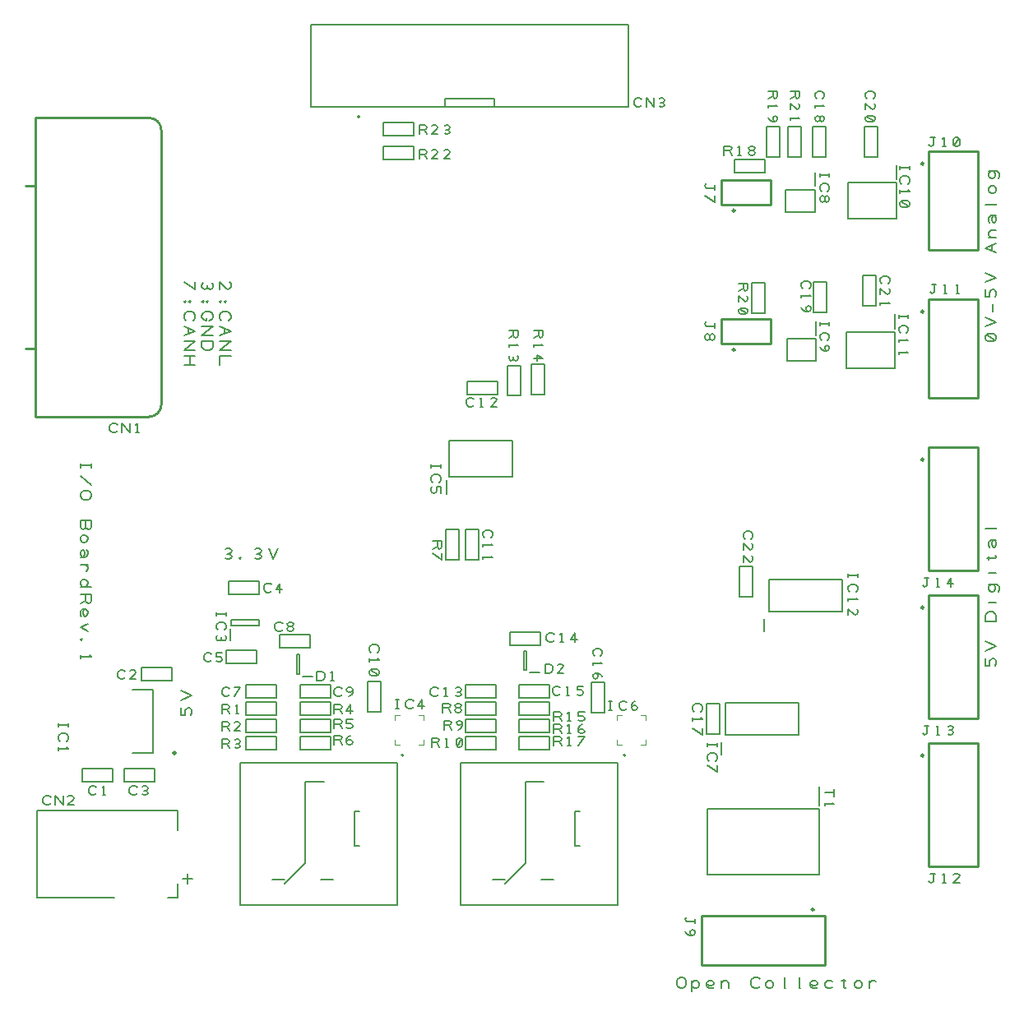
<source format=gto>
G04 EasyPC Gerber Version 21.0.3 Build 4286 *
%FSLAX35Y35*%
%MOIN*%
%ADD102C,0.00394*%
%ADD11C,0.00500*%
%ADD74C,0.00600*%
%ADD75C,0.00787*%
%ADD10C,0.00800*%
%ADD103C,0.00984*%
%ADD71C,0.01000*%
X0Y0D02*
D02*
D10*
X60372Y42283D02*
X64309D01*
Y48189*
Y69843D02*
Y77717D01*
X7222*
Y42283*
X38719*
X66278Y50157D02*
X70215D01*
X68246Y52126D02*
Y48189D01*
X118350Y362900D02*
X247120D01*
Y396323*
X118350*
Y362900*
X137750Y359500D02*
G75*
G03Y358500J-500D01*
G01*
G75*
G03Y359500J500*
G01*
G36*
G75*
G03Y358500J-500*
G01*
G75*
G03Y359500J500*
G01*
G37*
X172750Y366500D02*
X192750D01*
Y362900*
X172750*
Y366500*
X284676Y105294D02*
Y100296D01*
X286388Y121496D02*
X316112D01*
Y108504*
X286388*
Y121496*
X302176Y155294D02*
Y150296D01*
X303888Y171496D02*
X333612D01*
Y158504*
X303888*
Y171496*
D02*
D11*
X12875Y80563D02*
X12563Y80250D01*
X11937Y79937*
X11000*
X10375Y80250*
X10063Y80563*
X9750Y81187*
Y82437*
X10063Y83063*
X10375Y83375*
X11000Y83687*
X11937*
X12563Y83375*
X12875Y83063*
X14750Y79937D02*
Y83687D01*
X17875Y79937*
Y83687*
X22250Y79937D02*
X19750D01*
X21937Y82125*
X22250Y82750*
X21937Y83375*
X21313Y83687*
X20375*
X19750Y83375*
X16187Y113063D02*
Y111813D01*
Y112437D02*
X19937D01*
Y113063D02*
Y111813D01*
X16813Y105875D02*
X16500Y106187D01*
X16187Y106813*
Y107750*
X16500Y108375*
X16813Y108687*
X17437Y109000*
X18687*
X19313Y108687*
X19625Y108375*
X19937Y107750*
Y106813*
X19625Y106187*
X19313Y105875*
X16187Y103375D02*
Y102125D01*
Y102750D02*
X19937D01*
X19313Y103375*
X25600Y89350D02*
Y94650D01*
X37900*
Y89350*
X25600*
X31375Y84563D02*
X31063Y84250D01*
X30437Y83937*
X29500*
X28875Y84250*
X28563Y84563*
X28250Y85187*
Y86437*
X28563Y87063*
X28875Y87375*
X29500Y87687*
X30437*
X31063Y87375*
X31375Y87063*
X33875Y83937D02*
X35125D01*
X34500D02*
Y87687D01*
X33875Y87063*
X39875Y231563D02*
X39563Y231250D01*
X38937Y230937*
X38000*
X37375Y231250*
X37063Y231563*
X36750Y232187*
Y233437*
X37063Y234063*
X37375Y234375*
X38000Y234687*
X38937*
X39563Y234375*
X39875Y234063*
X41750Y230937D02*
Y234687D01*
X44875Y230937*
Y234687*
X47375Y230937D02*
X48625D01*
X48000D02*
Y234687D01*
X47375Y234063*
X43125Y131563D02*
X42813Y131250D01*
X42187Y130937*
X41250*
X40625Y131250*
X40313Y131563*
X40000Y132187*
Y133437*
X40313Y134063*
X40625Y134375*
X41250Y134687*
X42187*
X42813Y134375*
X43125Y134063*
X47500Y130937D02*
X45000D01*
X47187Y133125*
X47500Y133750*
X47187Y134375*
X46563Y134687*
X45625*
X45000Y134375*
X42600Y89350D02*
Y94650D01*
X54900*
Y89350*
X42600*
X47875Y84563D02*
X47563Y84250D01*
X46937Y83937*
X46000*
X45375Y84250*
X45063Y84563*
X44750Y85187*
Y86437*
X45063Y87063*
X45375Y87375*
X46000Y87687*
X46937*
X47563Y87375*
X47875Y87063*
X50063Y84250D02*
X50687Y83937D01*
X51313*
X51937Y84250*
X52250Y84875*
X51937Y85500*
X51313Y85813*
X50687*
X51313D02*
X51937Y86125D01*
X52250Y86750*
X51937Y87375*
X51313Y87687*
X50687*
X50063Y87375*
X49600Y130350D02*
Y135650D01*
X61900*
Y130350*
X49600*
X78125Y138563D02*
X77813Y138250D01*
X77187Y137937*
X76250*
X75625Y138250*
X75313Y138563*
X75000Y139187*
Y140437*
X75313Y141063*
X75625Y141375*
X76250Y141687*
X77187*
X77813Y141375*
X78125Y141063*
X80000Y138250D02*
X80625Y137937D01*
X81563*
X82187Y138250*
X82500Y138875*
Y139187*
X82187Y139813*
X81563Y140125*
X80000*
Y141687*
X82500*
X80134Y158127D02*
Y156877D01*
Y157502D02*
X83884D01*
Y158127D02*
Y156877D01*
X80759Y150939D02*
X80446Y151252D01*
X80134Y151877*
Y152815*
X80446Y153439*
X80759Y153752*
X81384Y154065*
X82634*
X83259Y153752*
X83572Y153439*
X83884Y152815*
Y151877*
X83572Y151252*
X83259Y150939*
X80446Y148752D02*
X80134Y148127D01*
Y147502*
X80446Y146877*
X81072Y146565*
X81696Y146877*
X82009Y147502*
Y148127*
Y147502D02*
X82322Y146877D01*
X82946Y146565*
X83572Y146877*
X83884Y147502*
Y148127*
X83572Y148752*
X82250Y102937D02*
Y106687D01*
X84437*
X85063Y106375*
X85375Y105750*
X85063Y105125*
X84437Y104813*
X82250*
X84437D02*
X85375Y102937D01*
X87563Y103250D02*
X88187Y102937D01*
X88813*
X89437Y103250*
X89750Y103875*
X89437Y104500*
X88813Y104813*
X88187*
X88813D02*
X89437Y105125D01*
X89750Y105750*
X89437Y106375*
X88813Y106687*
X88187*
X87563Y106375*
X82250Y109937D02*
Y113687D01*
X84437*
X85063Y113375*
X85375Y112750*
X85063Y112125*
X84437Y111813*
X82250*
X84437D02*
X85375Y109937D01*
X89750D02*
X87250D01*
X89437Y112125*
X89750Y112750*
X89437Y113375*
X88813Y113687*
X87875*
X87250Y113375*
X82250Y116937D02*
Y120687D01*
X84437*
X85063Y120375*
X85375Y119750*
X85063Y119125*
X84437Y118813*
X82250*
X84437D02*
X85375Y116937D01*
X87875D02*
X89125D01*
X88500D02*
Y120687D01*
X87875Y120063*
X85375Y124563D02*
X85063Y124250D01*
X84437Y123937*
X83500*
X82875Y124250*
X82563Y124563*
X82250Y125187*
Y126437*
X82563Y127063*
X82875Y127375*
X83500Y127687*
X84437*
X85063Y127375*
X85375Y127063*
X87250Y123937D02*
X89750Y127687D01*
X87250*
X89675Y97000D02*
Y39520D01*
X153454*
Y97000*
X89675*
X92100Y102350D02*
Y107650D01*
X104400*
Y102350*
X92100*
Y116350D02*
Y121650D01*
X104400*
Y116350*
X92100*
Y123350D02*
Y128650D01*
X104400*
Y123350*
X92100*
X96400Y142650D02*
Y137350D01*
X84100*
Y142650*
X96400*
X97400Y170650D02*
Y165350D01*
X85100*
Y170650*
X97400*
X102375Y166743D02*
X102063Y166430D01*
X101437Y166117*
X100500*
X99875Y166430*
X99563Y166743*
X99250Y167367*
Y168617*
X99563Y169243*
X99875Y169555*
X100500Y169867*
X101437*
X102063Y169555*
X102375Y169243*
X105813Y166117D02*
Y169867D01*
X104250Y167367*
X106750*
X102667Y49756D02*
X107785D01*
X106875Y151063D02*
X106563Y150750D01*
X105937Y150437*
X105000*
X104375Y150750*
X104063Y151063*
X103750Y151687*
Y152937*
X104063Y153563*
X104375Y153875*
X105000Y154187*
X105937*
X106563Y153875*
X106875Y153563*
X109687Y152313D02*
X110313D01*
X110937Y152625*
X111250Y153250*
X110937Y153875*
X110313Y154187*
X109687*
X109063Y153875*
X108750Y153250*
X109063Y152625*
X109687Y152313*
X109063Y152000*
X108750Y151375*
X109063Y150750*
X109687Y150437*
X110313*
X110937Y150750*
X111250Y151375*
X110937Y152000*
X110313Y152313*
X104400Y114650D02*
Y109350D01*
X92100*
Y114650*
X104400*
X105600Y143850D02*
Y149150D01*
X117900*
Y143850*
X105600*
X114100Y102350D02*
Y107650D01*
X126400*
Y102350*
X114100*
Y116350D02*
Y121650D01*
X126400*
Y116350*
X114100*
Y123350D02*
Y128650D01*
X126400*
Y123350*
X114100*
X120750Y130437D02*
Y134187D01*
X122625*
X123250Y133875*
X123563Y133563*
X123875Y132937*
Y131687*
X123563Y131063*
X123250Y130750*
X122625Y130437*
X120750*
X126375D02*
X127625D01*
X127000D02*
Y134187D01*
X126375Y133563*
X122352Y49756D02*
X127470D01*
X123533Y89520D02*
X116053D01*
Y56449*
X107785Y48181*
X126400Y114650D02*
Y109350D01*
X114100*
Y114650*
X126400*
X127750Y104437D02*
Y108187D01*
X129937*
X130563Y107875*
X130875Y107250*
X130563Y106625*
X129937Y106313*
X127750*
X129937D02*
X130875Y104437D01*
X132750Y105375D02*
X133063Y106000D01*
X133687Y106313*
X134313*
X134937Y106000*
X135250Y105375*
X134937Y104750*
X134313Y104437*
X133687*
X133063Y104750*
X132750Y105375*
Y106313*
X133063Y107250*
X133687Y107875*
X134313Y108187*
X127750Y110937D02*
Y114687D01*
X129937*
X130563Y114375*
X130875Y113750*
X130563Y113125*
X129937Y112813*
X127750*
X129937D02*
X130875Y110937D01*
X132750Y111250D02*
X133375Y110937D01*
X134313*
X134937Y111250*
X135250Y111875*
Y112187*
X134937Y112813*
X134313Y113125*
X132750*
Y114687*
X135250*
X127750Y116937D02*
Y120687D01*
X129937*
X130563Y120375*
X130875Y119750*
X130563Y119125*
X129937Y118813*
X127750*
X129937D02*
X130875Y116937D01*
X134313D02*
Y120687D01*
X132750Y118187*
X135250*
X130875Y124563D02*
X130563Y124250D01*
X129937Y123937*
X129000*
X128375Y124250*
X128063Y124563*
X127750Y125187*
Y126437*
X128063Y127063*
X128375Y127375*
X129000Y127687*
X129937*
X130563Y127375*
X130875Y127063*
X133687Y123937D02*
X134313Y124250D01*
X134937Y124875*
X135250Y125813*
Y126750*
X134937Y127375*
X134313Y127687*
X133687*
X133063Y127375*
X132750Y126750*
X133063Y126125*
X133687Y125813*
X134313*
X134937Y126125*
X135250Y126750*
X138100Y77315D02*
X136131D01*
Y63535*
X138100*
X142813Y141875D02*
X142500Y142187D01*
X142187Y142813*
Y143750*
X142500Y144375*
X142813Y144687*
X143437Y145000*
X144687*
X145313Y144687*
X145625Y144375*
X145937Y143750*
Y142813*
X145625Y142187*
X145313Y141875*
X142187Y139375D02*
Y138125D01*
Y138750D02*
X145937D01*
X145313Y139375*
X142500Y134687D02*
X142187Y134063D01*
Y133437*
X142500Y132813*
X143125Y132500*
X145000*
X145625Y132813*
X145937Y133437*
Y134063*
X145625Y134687*
X145000Y135000*
X143125*
X142500Y134687*
X145625Y132813*
X141319Y129900D02*
X146619D01*
Y117600*
X141319*
Y129900*
X152687Y118937D02*
X153937D01*
X153313D02*
Y122687D01*
X152687D02*
X153937D01*
X159875Y119563D02*
X159563Y119250D01*
X158937Y118937*
X158000*
X157375Y119250*
X157063Y119563*
X156750Y120187*
Y121437*
X157063Y122063*
X157375Y122375*
X158000Y122687*
X158937*
X159563Y122375*
X159875Y122063*
X163313Y118937D02*
Y122687D01*
X161750Y120187*
X164250*
X159900Y347150D02*
Y341850D01*
X147600*
Y347150*
X159900*
Y356650D02*
Y351350D01*
X147600*
Y356650*
X159900*
X162250Y341937D02*
Y345687D01*
X164437*
X165063Y345375*
X165375Y344750*
X165063Y344125*
X164437Y343813*
X162250*
X164437D02*
X165375Y341937D01*
X169750D02*
X167250D01*
X169437Y344125*
X169750Y344750*
X169437Y345375*
X168813Y345687*
X167875*
X167250Y345375*
X174750Y341937D02*
X172250D01*
X174437Y344125*
X174750Y344750*
X174437Y345375*
X173813Y345687*
X172875*
X172250Y345375*
X162250Y351937D02*
Y355687D01*
X164437*
X165063Y355375*
X165375Y354750*
X165063Y354125*
X164437Y353813*
X162250*
X164437D02*
X165375Y351937D01*
X169750D02*
X167250D01*
X169437Y354125*
X169750Y354750*
X169437Y355375*
X168813Y355687*
X167875*
X167250Y355375*
X172563Y352250D02*
X173187Y351937D01*
X173813*
X174437Y352250*
X174750Y352875*
X174437Y353500*
X173813Y353813*
X173187*
X173813D02*
X174437Y354125D01*
X174750Y354750*
X174437Y355375*
X173813Y355687*
X173187*
X172563Y355375*
X167187Y218063D02*
Y216813D01*
Y217437D02*
X170937D01*
Y218063D02*
Y216813D01*
X167813Y210875D02*
X167500Y211187D01*
X167187Y211813*
Y212750*
X167500Y213375*
X167813Y213687*
X168437Y214000*
X169687*
X170313Y213687*
X170625Y213375*
X170937Y212750*
Y211813*
X170625Y211187*
X170313Y210875*
X167500Y209000D02*
X167187Y208375D01*
Y207437*
X167500Y206813*
X168125Y206500*
X168437*
X169063Y206813*
X169375Y207437*
Y209000*
X170937*
Y206500*
X169875Y124563D02*
X169563Y124250D01*
X168937Y123937*
X168000*
X167375Y124250*
X167063Y124563*
X166750Y125187*
Y126437*
X167063Y127063*
X167375Y127375*
X168000Y127687*
X168937*
X169563Y127375*
X169875Y127063*
X172375Y123937D02*
X173625D01*
X173000D02*
Y127687D01*
X172375Y127063*
X177063Y124250D02*
X177687Y123937D01*
X178313*
X178937Y124250*
X179250Y124875*
X178937Y125500*
X178313Y125813*
X177687*
X178313D02*
X178937Y126125D01*
X179250Y126750*
X178937Y127375*
X178313Y127687*
X177687*
X177063Y127375*
X167687Y187000D02*
X171437D01*
Y184813*
X171125Y184187*
X170500Y183875*
X169875Y184187*
X169563Y184813*
Y187000*
Y184813D02*
X167687Y183875D01*
Y182000D02*
X171437Y179500D01*
Y182000*
X167250Y103437D02*
Y107187D01*
X169437*
X170063Y106875*
X170375Y106250*
X170063Y105625*
X169437Y105313*
X167250*
X169437D02*
X170375Y103437D01*
X172875D02*
X174125D01*
X173500D02*
Y107187D01*
X172875Y106563*
X177563Y103750D02*
X178187Y103437D01*
X178813*
X179437Y103750*
X179750Y104375*
Y106250*
X179437Y106875*
X178813Y107187*
X178187*
X177563Y106875*
X177250Y106250*
Y104375*
X177563Y103750*
X179437Y106875*
X171750Y117437D02*
Y121187D01*
X173937*
X174563Y120875*
X174875Y120250*
X174563Y119625*
X173937Y119313*
X171750*
X173937D02*
X174875Y117437D01*
X177687Y119313D02*
X178313D01*
X178937Y119625*
X179250Y120250*
X178937Y120875*
X178313Y121187*
X177687*
X177063Y120875*
X176750Y120250*
X177063Y119625*
X177687Y119313*
X177063Y119000*
X176750Y118375*
X177063Y117750*
X177687Y117437*
X178313*
X178937Y117750*
X179250Y118375*
X178937Y119000*
X178313Y119313*
X172250Y110437D02*
Y114187D01*
X174437*
X175063Y113875*
X175375Y113250*
X175063Y112625*
X174437Y112313*
X172250*
X174437D02*
X175375Y110437D01*
X178187D02*
X178813Y110750D01*
X179437Y111375*
X179750Y112313*
Y113250*
X179437Y113875*
X178813Y114187*
X178187*
X177563Y113875*
X177250Y113250*
X177563Y112625*
X178187Y112313*
X178813*
X179437Y112625*
X179750Y113250*
X173100Y191650D02*
X178400D01*
Y179350*
X173100*
Y191650*
X178970Y97000D02*
Y39520D01*
X242750*
Y97000*
X178970*
X181100Y102350D02*
Y107650D01*
X193400*
Y102350*
X181100*
Y116350D02*
Y121650D01*
X193400*
Y116350*
X181100*
Y123350D02*
Y128650D01*
X193400*
Y123350*
X181100*
X184375Y242063D02*
X184063Y241750D01*
X183437Y241437*
X182500*
X181875Y241750*
X181563Y242063*
X181250Y242687*
Y243937*
X181563Y244563*
X181875Y244875*
X182500Y245187*
X183437*
X184063Y244875*
X184375Y244563*
X186875Y241437D02*
X188125D01*
X187500D02*
Y245187D01*
X186875Y244563*
X193750Y241437D02*
X191250D01*
X193437Y243625*
X193750Y244250*
X193437Y244875*
X192813Y245187*
X191875*
X191250Y244875*
X186400Y179350D02*
X181100D01*
Y191650*
X186400*
Y179350*
X188813Y188375D02*
X188500Y188687D01*
X188187Y189313*
Y190250*
X188500Y190875*
X188813Y191187*
X189437Y191500*
X190687*
X191313Y191187*
X191625Y190875*
X191937Y190250*
Y189313*
X191625Y188687*
X191313Y188375*
X188187Y185875D02*
Y184625D01*
Y185250D02*
X191937D01*
X191313Y185875*
X188187Y180875D02*
Y179625D01*
Y180250D02*
X191937D01*
X191313Y180875*
X191963Y49756D02*
X197081D01*
X193400Y114650D02*
Y109350D01*
X181100*
Y114650*
X193400*
X193900Y251650D02*
Y246350D01*
X181600*
Y251650*
X193900*
X198567Y272500D02*
X202317D01*
Y270313*
X202005Y269687*
X201380Y269375*
X200755Y269687*
X200443Y270313*
Y272500*
Y270313D02*
X198567Y269375D01*
Y266875D02*
Y265625D01*
Y266250D02*
X202317D01*
X201693Y266875*
X198880Y262187D02*
X198567Y261563D01*
Y260937*
X198880Y260313*
X199505Y260000*
X200130Y260313*
X200443Y260937*
Y261563*
Y260937D02*
X200755Y260313D01*
X201380Y260000*
X202005Y260313*
X202317Y260937*
Y261563*
X202005Y262187*
X199100Y144850D02*
Y150150D01*
X211400*
Y144850*
X199100*
X202600Y102350D02*
Y107650D01*
X214900*
Y102350*
X202600*
Y116350D02*
Y121650D01*
X214900*
Y116350*
X202600*
Y123350D02*
Y128650D01*
X214900*
Y123350*
X202600*
X203280Y245893D02*
X197980D01*
Y258193*
X203280*
Y245893*
X208687Y272500D02*
X212437D01*
Y270313*
X212125Y269687*
X211500Y269375*
X210875Y269687*
X210563Y270313*
Y272500*
Y270313D02*
X208687Y269375D01*
Y266875D02*
Y265625D01*
Y266250D02*
X212437D01*
X211813Y266875*
X208687Y260937D02*
X212437D01*
X209937Y262500*
Y260000*
X211648Y49756D02*
X216766D01*
X212829Y89520D02*
X205348D01*
Y56449*
X197081Y48181*
X212900Y246350D02*
X207600D01*
Y258650*
X212900*
Y246350*
X213250Y133437D02*
Y137187D01*
X215125*
X215750Y136875*
X216063Y136563*
X216375Y135937*
Y134687*
X216063Y134063*
X215750Y133750*
X215125Y133437*
X213250*
X220750D02*
X218250D01*
X220437Y135625*
X220750Y136250*
X220437Y136875*
X219813Y137187*
X218875*
X218250Y136875*
X216875Y146563D02*
X216563Y146250D01*
X215937Y145937*
X215000*
X214375Y146250*
X214063Y146563*
X213750Y147187*
Y148437*
X214063Y149063*
X214375Y149375*
X215000Y149687*
X215937*
X216563Y149375*
X216875Y149063*
X219375Y145937D02*
X220625D01*
X220000D02*
Y149687D01*
X219375Y149063*
X225313Y145937D02*
Y149687D01*
X223750Y147187*
X226250*
X214900Y114650D02*
Y109350D01*
X202600*
Y114650*
X214900*
X219375Y125063D02*
X219063Y124750D01*
X218437Y124437*
X217500*
X216875Y124750*
X216563Y125063*
X216250Y125687*
Y126937*
X216563Y127563*
X216875Y127875*
X217500Y128187*
X218437*
X219063Y127875*
X219375Y127563*
X221875Y124437D02*
X223125D01*
X222500D02*
Y128187D01*
X221875Y127563*
X226250Y124750D02*
X226875Y124437D01*
X227813*
X228437Y124750*
X228750Y125375*
Y125687*
X228437Y126313*
X227813Y126625*
X226250*
Y128187*
X228750*
X216750Y103937D02*
Y107687D01*
X218937*
X219563Y107375*
X219875Y106750*
X219563Y106125*
X218937Y105813*
X216750*
X218937D02*
X219875Y103937D01*
X222375D02*
X223625D01*
X223000D02*
Y107687D01*
X222375Y107063*
X226750Y103937D02*
X229250Y107687D01*
X226750*
X216750Y108937D02*
Y112687D01*
X218937*
X219563Y112375*
X219875Y111750*
X219563Y111125*
X218937Y110813*
X216750*
X218937D02*
X219875Y108937D01*
X222375D02*
X223625D01*
X223000D02*
Y112687D01*
X222375Y112063*
X226750Y109875D02*
X227063Y110500D01*
X227687Y110813*
X228313*
X228937Y110500*
X229250Y109875*
X228937Y109250*
X228313Y108937*
X227687*
X227063Y109250*
X226750Y109875*
Y110813*
X227063Y111750*
X227687Y112375*
X228313Y112687*
X216750Y113937D02*
Y117687D01*
X218937*
X219563Y117375*
X219875Y116750*
X219563Y116125*
X218937Y115813*
X216750*
X218937D02*
X219875Y113937D01*
X222375D02*
X223625D01*
X223000D02*
Y117687D01*
X222375Y117063*
X226750Y114250D02*
X227375Y113937D01*
X228313*
X228937Y114250*
X229250Y114875*
Y115187*
X228937Y115813*
X228313Y116125*
X226750*
Y117687*
X229250*
X227396Y77315D02*
X225427D01*
Y63535*
X227396*
X233313Y140375D02*
X233000Y140687D01*
X232687Y141313*
Y142250*
X233000Y142875*
X233313Y143187*
X233937Y143500*
X235187*
X235813Y143187*
X236125Y142875*
X236437Y142250*
Y141313*
X236125Y140687*
X235813Y140375*
X232687Y137875D02*
Y136625D01*
Y137250D02*
X236437D01*
X235813Y137875*
X233625Y133500D02*
X234250Y133187D01*
X234563Y132563*
Y131937*
X234250Y131313*
X233625Y131000*
X233000Y131313*
X232687Y131937*
Y132563*
X233000Y133187*
X233625Y133500*
X234563*
X235500Y133187*
X236125Y132563*
X236437Y131937*
X232100Y129650D02*
X237400D01*
Y117350*
X232100*
Y129650*
X239187Y118437D02*
X240437D01*
X239813D02*
Y122187D01*
X239187D02*
X240437D01*
X246375Y119063D02*
X246063Y118750D01*
X245437Y118437*
X244500*
X243875Y118750*
X243563Y119063*
X243250Y119687*
Y120937*
X243563Y121563*
X243875Y121875*
X244500Y122187*
X245437*
X246063Y121875*
X246375Y121563*
X248250Y119375D02*
X248563Y120000D01*
X249187Y120313*
X249813*
X250437Y120000*
X250750Y119375*
X250437Y118750*
X249813Y118437*
X249187*
X248563Y118750*
X248250Y119375*
Y120313*
X248563Y121250*
X249187Y121875*
X249813Y122187*
X252375Y363563D02*
X252063Y363250D01*
X251437Y362937*
X250500*
X249875Y363250*
X249563Y363563*
X249250Y364187*
Y365437*
X249563Y366063*
X249875Y366375*
X250500Y366687*
X251437*
X252063Y366375*
X252375Y366063*
X254250Y362937D02*
Y366687D01*
X257375Y362937*
Y366687*
X259563Y363250D02*
X260187Y362937D01*
X260813*
X261437Y363250*
X261750Y363875*
X261437Y364500*
X260813Y364813*
X260187*
X260813D02*
X261437Y365125D01*
X261750Y365750*
X261437Y366375*
X260813Y366687*
X260187*
X259563Y366375*
X270813Y34500D02*
X270500Y34187D01*
X270187Y33563*
X270500Y32937*
X270813Y32625*
X273937*
Y32000*
Y32625D02*
Y33875D01*
X270187Y28563D02*
X270500Y27937D01*
X271125Y27313*
X272063Y27000*
X273000*
X273625Y27313*
X273937Y27937*
Y28563*
X273625Y29187*
X273000Y29500*
X272375Y29187*
X272063Y28563*
Y27937*
X272375Y27313*
X273000Y27000*
X273813Y117875D02*
X273500Y118187D01*
X273187Y118813*
Y119750*
X273500Y120375*
X273813Y120687*
X274437Y121000*
X275687*
X276313Y120687*
X276625Y120375*
X276937Y119750*
Y118813*
X276625Y118187*
X276313Y117875*
X273187Y115375D02*
Y114125D01*
Y114750D02*
X276937D01*
X276313Y115375*
X273187Y111000D02*
X276937Y108500D01*
Y111000*
X278813Y276000D02*
X278500Y275687D01*
X278187Y275063*
X278500Y274437*
X278813Y274125*
X281937*
Y273500*
Y274125D02*
Y275375D01*
X280063Y270063D02*
Y269437D01*
X280375Y268813*
X281000Y268500*
X281625Y268813*
X281937Y269437*
Y270063*
X281625Y270687*
X281000Y271000*
X280375Y270687*
X280063Y270063*
X279750Y270687*
X279125Y271000*
X278500Y270687*
X278187Y270063*
Y269437*
X278500Y268813*
X279125Y268500*
X279750Y268813*
X280063Y269437*
X278813Y332000D02*
X278500Y331687D01*
X278187Y331063*
X278500Y330437*
X278813Y330125*
X281937*
Y329500*
Y330125D02*
Y331375D01*
X278187Y327000D02*
X281937Y324500D01*
Y327000*
X279187Y105063D02*
Y103813D01*
Y104437D02*
X282937D01*
Y105063D02*
Y103813D01*
X279813Y97875D02*
X279500Y98187D01*
X279187Y98813*
Y99750*
X279500Y100375*
X279813Y100687*
X280437Y101000*
X281687*
X282313Y100687*
X282625Y100375*
X282937Y99750*
Y98813*
X282625Y98187*
X282313Y97875*
X279187Y96000D02*
X282937Y93500D01*
Y96000*
X283900Y108850D02*
X278600D01*
Y121150*
X283900*
Y108850*
X285750Y343437D02*
Y347187D01*
X287937*
X288563Y346875*
X288875Y346250*
X288563Y345625*
X287937Y345313*
X285750*
X287937D02*
X288875Y343437D01*
X291375D02*
X292625D01*
X292000D02*
Y347187D01*
X291375Y346563*
X296687Y345313D02*
X297313D01*
X297937Y345625*
X298250Y346250*
X297937Y346875*
X297313Y347187*
X296687*
X296063Y346875*
X295750Y346250*
X296063Y345625*
X296687Y345313*
X296063Y345000*
X295750Y344375*
X296063Y343750*
X296687Y343437*
X297313*
X297937Y343750*
X298250Y344375*
X297937Y345000*
X297313Y345313*
X290100Y336350D02*
Y341650D01*
X302400*
Y336350*
X290100*
X291687Y291500D02*
X295437D01*
Y289313*
X295125Y288687*
X294500Y288375*
X293875Y288687*
X293563Y289313*
Y291500*
Y289313D02*
X291687Y288375D01*
Y284000D02*
Y286500D01*
X293875Y284313*
X294500Y284000*
X295125Y284313*
X295437Y284937*
Y285875*
X295125Y286500*
X292000Y281187D02*
X291687Y280563D01*
Y279937*
X292000Y279313*
X292625Y279000*
X294500*
X295125Y279313*
X295437Y279937*
Y280563*
X295125Y281187*
X294500Y281500*
X292625*
X292000Y281187*
X295125Y279313*
X294313Y187875D02*
X294000Y188187D01*
X293687Y188813*
Y189750*
X294000Y190375*
X294313Y190687*
X294937Y191000*
X296187*
X296813Y190687*
X297125Y190375*
X297437Y189750*
Y188813*
X297125Y188187*
X296813Y187875*
X293687Y183500D02*
Y186000D01*
X295875Y183813*
X296500Y183500*
X297125Y183813*
X297437Y184437*
Y185375*
X297125Y186000*
X293687Y178500D02*
Y181000D01*
X295875Y178813*
X296500Y178500*
X297125Y178813*
X297437Y179437*
Y180375*
X297125Y181000*
X297100Y291650D02*
X302400D01*
Y279350*
X297100*
Y291650*
X297400Y164350D02*
X292100D01*
Y176650*
X297400*
Y164350*
X303687Y369500D02*
X307437D01*
Y367313*
X307125Y366687*
X306500Y366375*
X305875Y366687*
X305563Y367313*
Y369500*
Y367313D02*
X303687Y366375D01*
Y363875D02*
Y362625D01*
Y363250D02*
X307437D01*
X306813Y363875*
X303687Y358563D02*
X304000Y357937D01*
X304625Y357313*
X305563Y357000*
X306500*
X307125Y357313*
X307437Y357937*
Y358563*
X307125Y359187*
X306500Y359500*
X305875Y359187*
X305563Y358563*
Y357937*
X305875Y357313*
X306500Y357000*
X308400Y342850D02*
X303100D01*
Y355150*
X308400*
Y342850*
X312687Y369500D02*
X316437D01*
Y367313*
X316125Y366687*
X315500Y366375*
X314875Y366687*
X314563Y367313*
Y369500*
Y367313D02*
X312687Y366375D01*
Y362000D02*
Y364500D01*
X314875Y362313*
X315500Y362000*
X316125Y362313*
X316437Y362937*
Y363875*
X316125Y364500*
X312687Y358875D02*
Y357625D01*
Y358250D02*
X316437D01*
X315813Y358875*
X317813Y289375D02*
X317500Y289687D01*
X317187Y290313*
Y291250*
X317500Y291875*
X317813Y292187*
X318437Y292500*
X319687*
X320313Y292187*
X320625Y291875*
X320937Y291250*
Y290313*
X320625Y289687*
X320313Y289375*
X317187Y286875D02*
Y285625D01*
Y286250D02*
X320937D01*
X320313Y286875*
X317187Y281563D02*
X317500Y280937D01*
X318125Y280313*
X319063Y280000*
X320000*
X320625Y280313*
X320937Y280937*
Y281563*
X320625Y282187*
X320000Y282500*
X319375Y282187*
X319063Y281563*
Y280937*
X319375Y280313*
X320000Y280000*
X316900Y342850D02*
X311600D01*
Y355150*
X316900*
Y342850*
X321600Y355150D02*
X326900D01*
Y342850*
X321600*
Y355150*
X323313Y366375D02*
X323000Y366687D01*
X322687Y367313*
Y368250*
X323000Y368875*
X323313Y369187*
X323937Y369500*
X325187*
X325813Y369187*
X326125Y368875*
X326437Y368250*
Y367313*
X326125Y366687*
X325813Y366375*
X322687Y363875D02*
Y362625D01*
Y363250D02*
X326437D01*
X325813Y363875*
X324563Y358563D02*
Y357937D01*
X324875Y357313*
X325500Y357000*
X326125Y357313*
X326437Y357937*
Y358563*
X326125Y359187*
X325500Y359500*
X324875Y359187*
X324563Y358563*
X324250Y359187*
X323625Y359500*
X323000Y359187*
X322687Y358563*
Y357937*
X323000Y357313*
X323625Y357000*
X324250Y357313*
X324563Y357937*
X322100Y292150D02*
X327400D01*
Y279850*
X322100*
Y292150*
X324687Y275563D02*
Y274313D01*
Y274937D02*
X328437D01*
Y275563D02*
Y274313D01*
X325313Y268375D02*
X325000Y268687D01*
X324687Y269313*
Y270250*
X325000Y270875*
X325313Y271187*
X325937Y271500*
X327187*
X327813Y271187*
X328125Y270875*
X328437Y270250*
Y269313*
X328125Y268687*
X327813Y268375*
X324687Y265563D02*
X325000Y264937D01*
X325625Y264313*
X326563Y264000*
X327500*
X328125Y264313*
X328437Y264937*
Y265563*
X328125Y266187*
X327500Y266500*
X326875Y266187*
X326563Y265563*
Y264937*
X326875Y264313*
X327500Y264000*
X324687Y336063D02*
Y334813D01*
Y335437D02*
X328437D01*
Y336063D02*
Y334813D01*
X325313Y328875D02*
X325000Y329187D01*
X324687Y329813*
Y330750*
X325000Y331375*
X325313Y331687*
X325937Y332000*
X327187*
X327813Y331687*
X328125Y331375*
X328437Y330750*
Y329813*
X328125Y329187*
X327813Y328875*
X326563Y326063D02*
Y325437D01*
X326875Y324813*
X327500Y324500*
X328125Y324813*
X328437Y325437*
Y326063*
X328125Y326687*
X327500Y327000*
X326875Y326687*
X326563Y326063*
X326250Y326687*
X325625Y327000*
X325000Y326687*
X324687Y326063*
Y325437*
X325000Y324813*
X325625Y324500*
X326250Y324813*
X326563Y325437*
X326687Y84937D02*
X330437D01*
Y86500D02*
Y83375D01*
X326687Y80875D02*
Y79625D01*
Y80250D02*
X330437D01*
X329813Y80875*
X336187Y173563D02*
Y172313D01*
Y172937D02*
X339937D01*
Y173563D02*
Y172313D01*
X336813Y166375D02*
X336500Y166687D01*
X336187Y167313*
Y168250*
X336500Y168875*
X336813Y169187*
X337437Y169500*
X338687*
X339313Y169187*
X339625Y168875*
X339937Y168250*
Y167313*
X339625Y166687*
X339313Y166375*
X336187Y163875D02*
Y162625D01*
Y163250D02*
X339937D01*
X339313Y163875*
X336187Y157000D02*
Y159500D01*
X338375Y157313*
X339000Y157000*
X339625Y157313*
X339937Y157937*
Y158875*
X339625Y159500*
X342100Y294650D02*
X347400D01*
Y282350*
X342100*
Y294650*
X343813Y366375D02*
X343500Y366687D01*
X343187Y367313*
Y368250*
X343500Y368875*
X343813Y369187*
X344437Y369500*
X345687*
X346313Y369187*
X346625Y368875*
X346937Y368250*
Y367313*
X346625Y366687*
X346313Y366375*
X343187Y362000D02*
Y364500D01*
X345375Y362313*
X346000Y362000*
X346625Y362313*
X346937Y362937*
Y363875*
X346625Y364500*
X343500Y359187D02*
X343187Y358563D01*
Y357937*
X343500Y357313*
X344125Y357000*
X346000*
X346625Y357313*
X346937Y357937*
Y358563*
X346625Y359187*
X346000Y359500*
X344125*
X343500Y359187*
X346625Y357313*
X342600Y355150D02*
X347900D01*
Y342850*
X342600*
Y355150*
X349813Y291375D02*
X349500Y291687D01*
X349187Y292313*
Y293250*
X349500Y293875*
X349813Y294187*
X350437Y294500*
X351687*
X352313Y294187*
X352625Y293875*
X352937Y293250*
Y292313*
X352625Y291687*
X352313Y291375*
X349187Y287000D02*
Y289500D01*
X351375Y287313*
X352000Y287000*
X352625Y287313*
X352937Y287937*
Y288875*
X352625Y289500*
X349187Y283875D02*
Y282625D01*
Y283250D02*
X352937D01*
X352313Y283875*
X356687Y278563D02*
Y277313D01*
Y277937D02*
X360437D01*
Y278563D02*
Y277313D01*
X357313Y271375D02*
X357000Y271687D01*
X356687Y272313*
Y273250*
X357000Y273875*
X357313Y274187*
X357937Y274500*
X359187*
X359813Y274187*
X360125Y273875*
X360437Y273250*
Y272313*
X360125Y271687*
X359813Y271375*
X356687Y268875D02*
Y267625D01*
Y268250D02*
X360437D01*
X359813Y268875*
X356687Y263875D02*
Y262625D01*
Y263250D02*
X360437D01*
X359813Y263875*
X357187Y339063D02*
Y337813D01*
Y338437D02*
X360937D01*
Y339063D02*
Y337813D01*
X357813Y331875D02*
X357500Y332187D01*
X357187Y332813*
Y333750*
X357500Y334375*
X357813Y334687*
X358437Y335000*
X359687*
X360313Y334687*
X360625Y334375*
X360937Y333750*
Y332813*
X360625Y332187*
X360313Y331875*
X357187Y329375D02*
Y328125D01*
Y328750D02*
X360937D01*
X360313Y329375*
X357500Y324687D02*
X357187Y324063D01*
Y323437*
X357500Y322813*
X358125Y322500*
X360000*
X360625Y322813*
X360937Y323437*
Y324063*
X360625Y324687*
X360000Y325000*
X358125*
X357500Y324687*
X360625Y322813*
X366250Y109063D02*
X366563Y108750D01*
X367187Y108437*
X367813Y108750*
X368125Y109063*
Y112187*
X368750*
X368125D02*
X366875D01*
X371875Y108437D02*
X373125D01*
X372500D02*
Y112187D01*
X371875Y111563*
X376563Y108750D02*
X377187Y108437D01*
X377813*
X378437Y108750*
X378750Y109375*
X378437Y110000*
X377813Y110313*
X377187*
X377813D02*
X378437Y110625D01*
X378750Y111250*
X378437Y111875*
X377813Y112187*
X377187*
X376563Y111875*
X366250Y169063D02*
X366563Y168750D01*
X367187Y168437*
X367813Y168750*
X368125Y169063*
Y172187*
X368750*
X368125D02*
X366875D01*
X371875Y168437D02*
X373125D01*
X372500D02*
Y172187D01*
X371875Y171563*
X377813Y168437D02*
Y172187D01*
X376250Y169687*
X378750*
X368750Y49063D02*
X369063Y48750D01*
X369687Y48437*
X370313Y48750*
X370625Y49063*
Y52187*
X371250*
X370625D02*
X369375D01*
X374375Y48437D02*
X375625D01*
X375000D02*
Y52187D01*
X374375Y51563*
X381250Y48437D02*
X378750D01*
X380937Y50625*
X381250Y51250*
X380937Y51875*
X380313Y52187*
X379375*
X378750Y51875*
X368750Y347563D02*
X369063Y347250D01*
X369687Y346937*
X370313Y347250*
X370625Y347563*
Y350687*
X371250*
X370625D02*
X369375D01*
X374375Y346937D02*
X375625D01*
X375000D02*
Y350687D01*
X374375Y350063*
X379063Y347250D02*
X379687Y346937D01*
X380313*
X380937Y347250*
X381250Y347875*
Y349750*
X380937Y350375*
X380313Y350687*
X379687*
X379063Y350375*
X378750Y349750*
Y347875*
X379063Y347250*
X380937Y350375*
X369250Y288063D02*
X369563Y287750D01*
X370187Y287437*
X370813Y287750*
X371125Y288063*
Y291187*
X371750*
X371125D02*
X369875D01*
X374875Y287437D02*
X376125D01*
X375500D02*
Y291187D01*
X374875Y290563*
X379875Y287437D02*
X381125D01*
X380500D02*
Y291187D01*
X379875Y290563*
D02*
D71*
X6750Y265000D02*
X2750D01*
X6750Y331000D02*
X2750D01*
X57750Y353600D02*
Y242400D01*
G75*
G02X52750Y237400I-5000*
G01*
X6750*
Y358600*
X52750*
G75*
G02X57750Y353600J-5000*
G01*
X284750Y267000D02*
X304750D01*
Y277000*
X284750*
Y267000*
Y323500D02*
X304750D01*
Y333500*
X284750*
Y323500*
X289250Y264500D02*
G75*
G03X290250I500D01*
G01*
G75*
G03X289250I-500*
G01*
Y321000D02*
G75*
G03X290250I500D01*
G01*
G75*
G03X289250I-500*
G01*
X322250Y37500D02*
G75*
G03X321250I-500D01*
G01*
G75*
G03X322250I500*
G01*
X326750Y35000D02*
X276750D01*
Y15000*
X326750*
Y35000*
X366250Y100500D02*
G75*
G03Y99500J-500D01*
G01*
G75*
G03Y100500J500*
G01*
Y160500D02*
G75*
G03Y159500J-500D01*
G01*
G75*
G03Y160500J500*
G01*
Y220500D02*
G75*
G03Y219500J-500D01*
G01*
G75*
G03Y220500J500*
G01*
Y280500D02*
G75*
G03Y279500J-500D01*
G01*
G75*
G03Y280500J500*
G01*
Y340500D02*
G75*
G03Y339500J-500D01*
G01*
G75*
G03Y340500J500*
G01*
X368750Y105000D02*
Y55000D01*
X388750*
Y105000*
X368750*
Y165000D02*
Y115000D01*
X388750*
Y165000*
X368750*
Y225000D02*
Y175000D01*
X388750*
Y225000*
X368750*
Y285000D02*
Y245000D01*
X388750*
Y285000*
X368750*
Y345000D02*
Y305000D01*
X388750*
Y345000*
X368750*
D02*
D74*
X24875Y218375D02*
Y216875D01*
Y217625D02*
X29375D01*
Y218375D02*
Y216875D01*
X24875Y213500D02*
X29375Y209750D01*
X26375Y207500D02*
X27875D01*
X28625Y207125*
X29000Y206750*
X29375Y206000*
Y205250*
X29000Y204500*
X28625Y204125*
X27875Y203750*
X26375*
X25625Y204125*
X25250Y204500*
X24875Y205250*
Y206000*
X25250Y206750*
X25625Y207125*
X26375Y207500*
X27125Y192875D02*
X26750Y192125D01*
X26000Y191750*
X25250Y192125*
X24875Y192875*
Y195500*
X29375*
Y192875*
X29000Y192125*
X28250Y191750*
X27500Y192125*
X27125Y192875*
Y195500*
X26000Y189500D02*
X25250Y189125D01*
X24875Y188375*
Y187625*
X25250Y186875*
X26000Y186500*
X26750*
X27500Y186875*
X27875Y187625*
Y188375*
X27500Y189125*
X26750Y189500*
X26000*
X27500Y183500D02*
X27875Y182750D01*
Y181625*
X27500Y180875*
X26750Y180500*
X25625*
X25250Y180875*
X24875Y181625*
Y182375*
X25250Y183125*
X25625Y183500*
X26000*
X26375Y183125*
X26750Y182375*
Y181625*
X26375Y180875*
X26000Y180500*
X25625D02*
X24875D01*
Y177500D02*
X27875D01*
X26750D02*
X27500Y177125D01*
X27875Y176375*
Y175625*
X27500Y174875*
X26750Y168500D02*
X27500Y168875D01*
X27875Y169625*
Y170375*
X27500Y171125*
X26750Y171500*
X26000*
X25250Y171125*
X24875Y170375*
Y169625*
X25250Y168875*
X26000Y168500*
X24875D02*
X29375D01*
X24875Y165500D02*
X29375D01*
Y162875*
X29000Y162125*
X28250Y161750*
X27500Y162125*
X27125Y162875*
Y165500*
Y162875D02*
X24875Y161750D01*
X25250Y156500D02*
X24875Y156875D01*
Y157625*
Y158375*
X25250Y159125*
X26000Y159500*
X27125*
X27500Y159125*
X27875Y158375*
Y157625*
X27500Y156875*
X27125Y156500*
X26750*
X26375Y156875*
X26000Y157625*
Y158375*
X26375Y159125*
X26750Y159500*
X27875Y153500D02*
X24875Y152000D01*
X27875Y150500*
X24875Y147125D02*
X25250Y146750D01*
X25625Y147125*
X25250Y147500*
X24875Y147125*
Y140750D02*
Y139250D01*
Y140000D02*
X29375D01*
X28625Y140750*
X69750Y116500D02*
X70125Y117250D01*
Y118375*
X69750Y119125*
X69000Y119500*
X68625*
X67875Y119125*
X67500Y118375*
Y116500*
X65625*
Y119500*
Y122500D02*
X70125Y124375D01*
X65625Y126250*
X81375Y289000D02*
Y292000D01*
X84000Y289375*
X84750Y289000*
X85500Y289375*
X85875Y290125*
Y291250*
X85500Y292000*
X81375Y284125D02*
X81750Y283750D01*
X82125Y284125*
X81750Y284500*
X81375Y284125*
X83250D02*
X83625Y283750D01*
X84000Y284125*
X83625Y284500*
X83250Y284125*
X82125Y276250D02*
X81750Y276625D01*
X81375Y277375*
Y278500*
X81750Y279250*
X82125Y279625*
X82875Y280000*
X84375*
X85125Y279625*
X85500Y279250*
X85875Y278500*
Y277375*
X85500Y276625*
X85125Y276250*
X81375Y274000D02*
X85875Y272125D01*
X81375Y270250*
X83250Y273250D02*
Y271000D01*
X81375Y268000D02*
X85875D01*
X81375Y264250*
X85875*
Y262000D02*
X81375D01*
Y258250*
X74550Y291625D02*
X74175Y290875D01*
Y290125*
X74550Y289375*
X75300Y289000*
X76050Y289375*
X76425Y290125*
Y290875*
Y290125D02*
X76800Y289375D01*
X77550Y289000*
X78300Y289375*
X78675Y290125*
Y290875*
X78300Y291625*
X74175Y284125D02*
X74550Y283750D01*
X74925Y284125*
X74550Y284500*
X74175Y284125*
X76050D02*
X76425Y283750D01*
X76800Y284125*
X76425Y284500*
X76050Y284125*
Y277375D02*
Y276250D01*
X75675*
X74925Y276625*
X74550Y277000*
X74175Y277750*
Y278500*
X74550Y279250*
X74925Y279625*
X75675Y280000*
X77175*
X77925Y279625*
X78300Y279250*
X78675Y278500*
Y277750*
X78300Y277000*
X77925Y276625*
X77175Y276250*
X74175Y274000D02*
X78675D01*
X74175Y270250*
X78675*
X74175Y268000D02*
X78675D01*
Y265750*
X78300Y265000*
X77925Y264625*
X77175Y264250*
X75675*
X74925Y264625*
X74550Y265000*
X74175Y265750*
Y268000*
X66975Y292000D02*
X71475Y289000D01*
Y292000*
X66975Y284125D02*
X67350Y283750D01*
X67725Y284125*
X67350Y284500*
X66975Y284125*
X68850D02*
X69225Y283750D01*
X69600Y284125*
X69225Y284500*
X68850Y284125*
X67725Y276250D02*
X67350Y276625D01*
X66975Y277375*
Y278500*
X67350Y279250*
X67725Y279625*
X68475Y280000*
X69975*
X70725Y279625*
X71100Y279250*
X71475Y278500*
Y277375*
X71100Y276625*
X70725Y276250*
X66975Y274000D02*
X71475Y272125D01*
X66975Y270250*
X68850Y273250D02*
Y271000D01*
X66975Y268000D02*
X71475D01*
X66975Y264250*
X71475*
X66975Y262000D02*
X71475D01*
X69225D02*
Y258250D01*
X66975D02*
X71475D01*
X83625Y180000D02*
X84375Y179625D01*
X85125*
X85875Y180000*
X86250Y180750*
X85875Y181500*
X85125Y181875*
X84375*
X85125D02*
X85875Y182250D01*
X86250Y183000*
X85875Y183750*
X85125Y184125*
X84375*
X83625Y183750*
X89625Y179625D02*
X90000Y180000D01*
X89625Y180375*
X89250Y180000*
X89625Y179625*
X95625Y180000D02*
X96375Y179625D01*
X97125*
X97875Y180000*
X98250Y180750*
X97875Y181500*
X97125Y181875*
X96375*
X97125D02*
X97875Y182250D01*
X98250Y183000*
X97875Y183750*
X97125Y184125*
X96375*
X95625Y183750*
X101250Y184125D02*
X103125Y179625D01*
X105000Y184125*
X266750Y7125D02*
Y8625D01*
X267125Y9375*
X267500Y9750*
X268250Y10125*
X269000*
X269750Y9750*
X270125Y9375*
X270500Y8625*
Y7125*
X270125Y6375*
X269750Y6000*
X269000Y5625*
X268250*
X267500Y6000*
X267125Y6375*
X266750Y7125*
X272750Y8625D02*
Y4500D01*
Y6750D02*
X273125Y6000D01*
X273875Y5625*
X274625*
X275375Y6000*
X275750Y6750*
Y7500*
X275375Y8250*
X274625Y8625*
X273875*
X273125Y8250*
X272750Y7500*
Y6750*
X281750Y6000D02*
X281375Y5625D01*
X280625*
X279875*
X279125Y6000*
X278750Y6750*
Y7875*
X279125Y8250*
X279875Y8625*
X280625*
X281375Y8250*
X281750Y7875*
Y7500*
X281375Y7125*
X280625Y6750*
X279875*
X279125Y7125*
X278750Y7500*
X284750Y5625D02*
Y8625D01*
Y7500D02*
X285125Y8250D01*
X285875Y8625*
X286625*
X287375Y8250*
X287750Y7500*
Y5625*
X300500Y6375D02*
X300125Y6000D01*
X299375Y5625*
X298250*
X297500Y6000*
X297125Y6375*
X296750Y7125*
Y8625*
X297125Y9375*
X297500Y9750*
X298250Y10125*
X299375*
X300125Y9750*
X300500Y9375*
X302750Y6750D02*
X303125Y6000D01*
X303875Y5625*
X304625*
X305375Y6000*
X305750Y6750*
Y7500*
X305375Y8250*
X304625Y8625*
X303875*
X303125Y8250*
X302750Y7500*
Y6750*
X310625Y5625D02*
X310250D01*
Y10125*
X316625Y5625D02*
X316250D01*
Y10125*
X323750Y6000D02*
X323375Y5625D01*
X322625*
X321875*
X321125Y6000*
X320750Y6750*
Y7875*
X321125Y8250*
X321875Y8625*
X322625*
X323375Y8250*
X323750Y7875*
Y7500*
X323375Y7125*
X322625Y6750*
X321875*
X321125Y7125*
X320750Y7500*
X329750Y8250D02*
X329000Y8625D01*
X327875*
X327125Y8250*
X326750Y7500*
Y6750*
X327125Y6000*
X327875Y5625*
X329000*
X329750Y6000*
X333500Y8625D02*
X335000D01*
X334250Y9375D02*
Y6000D01*
X334625Y5625*
X335000*
X335375Y6000*
X338750Y6750D02*
X339125Y6000D01*
X339875Y5625*
X340625*
X341375Y6000*
X341750Y6750*
Y7500*
X341375Y8250*
X340625Y8625*
X339875*
X339125Y8250*
X338750Y7500*
Y6750*
X344750Y5625D02*
Y8625D01*
Y7500D02*
X345125Y8250D01*
X345875Y8625*
X346625*
X347375Y8250*
X395750Y136500D02*
X396125Y137250D01*
Y138375*
X395750Y139125*
X395000Y139500*
X394625*
X393875Y139125*
X393500Y138375*
Y136500*
X391625*
Y139500*
Y142500D02*
X396125Y144375D01*
X391625Y146250*
X396125Y154500D02*
X391625D01*
Y156750*
X392000Y157500*
X392375Y157875*
X393125Y158250*
X394625*
X395375Y157875*
X395750Y157500*
X396125Y156750*
Y154500*
Y162000D02*
X393125D01*
X392000D02*
X394250Y169500*
X393500Y169125D01*
X393125Y168375*
Y167625*
X393500Y166875*
X394250Y166500*
X394625*
X395375Y166875*
X395750Y167625*
Y168375*
X395375Y169125*
X394625Y169500*
X393125D02*
X396125D01*
X396875Y169125*
X397250Y168375*
Y167250*
X396875Y166500*
X396125Y174000D02*
X393125D01*
X392000D02*
X393125Y179250*
Y180750D01*
X392375Y180000D02*
X395750D01*
X396125Y180375*
Y180750*
X395750Y181125*
X393500Y184500D02*
X393125Y185250D01*
Y186375*
X393500Y187125*
X394250Y187500*
X395375*
X395750Y187125*
X396125Y186375*
Y185625*
X395750Y184875*
X395375Y184500*
X395000*
X394625Y184875*
X394250Y185625*
Y186375*
X394625Y187125*
X395000Y187500*
X395375D02*
X396125D01*
Y192375D02*
Y192000D01*
X391625*
X395750Y268375D02*
X396125Y269125D01*
Y269875*
X395750Y270625*
X395000Y271000*
X392750*
X392000Y270625*
X391625Y269875*
Y269125*
X392000Y268375*
X392750Y268000*
X395000*
X395750Y268375*
X392000Y270625*
X391625Y274000D02*
X396125Y275875D01*
X391625Y277750*
X394625Y280000D02*
Y283000D01*
X395750Y286000D02*
X396125Y286750D01*
Y287875*
X395750Y288625*
X395000Y289000*
X394625*
X393875Y288625*
X393500Y287875*
Y286000*
X391625*
Y289000*
Y292000D02*
X396125Y293875D01*
X391625Y295750*
X396125Y304000D02*
X391625Y305875D01*
X396125Y307750*
X394250Y304750D02*
Y307000D01*
X396125Y310000D02*
X393125D01*
X394250D02*
X393500Y310375D01*
X393125Y311125*
Y311875*
X393500Y312625*
X394250Y313000*
X396125*
X393500Y316000D02*
X393125Y316750D01*
Y317875*
X393500Y318625*
X394250Y319000*
X395375*
X395750Y318625*
X396125Y317875*
Y317125*
X395750Y316375*
X395375Y316000*
X395000*
X394625Y316375*
X394250Y317125*
Y317875*
X394625Y318625*
X395000Y319000*
X395375D02*
X396125D01*
Y323875D02*
Y323500D01*
X391625*
X395000Y328000D02*
X395750Y328375D01*
X396125Y329125*
Y329875*
X395750Y330625*
X395000Y331000*
X394250*
X393500Y330625*
X393125Y329875*
Y329125*
X393500Y328375*
X394250Y328000*
X395000*
X394250Y337000D02*
X393500Y336625D01*
X393125Y335875*
Y335125*
X393500Y334375*
X394250Y334000*
X394625*
X395375Y334375*
X395750Y335125*
Y335875*
X395375Y336625*
X394625Y337000*
X393125D02*
X396125D01*
X396875Y336625*
X397250Y335875*
Y334750*
X396875Y334000*
D02*
D75*
X46096Y126795D02*
X54364D01*
Y101205*
X46096*
X85844Y146717D02*
Y151441D01*
X86041Y152819D02*
Y155181D01*
X97459*
Y152819*
X86041*
X113644Y133063D02*
X112856D01*
Y140937*
X113644*
Y133063*
X118959Y132177D02*
X115022D01*
X155100Y100126D02*
G75*
G02X155888I394D01*
G01*
X155100D02*
G75*
G03X155888I394D01*
G01*
X173470Y206031D02*
Y211839D01*
X174455Y213217D02*
Y227783D01*
X200045*
Y213217*
X174455*
X205644Y134563D02*
X204856D01*
Y142437*
X205644*
Y134563*
X210959Y133677D02*
X207022D01*
X245100Y100126D02*
G75*
G02X245888I394D01*
G01*
X245100D02*
G75*
G03X245888I394D01*
G01*
X322656Y329528D02*
Y320472D01*
X310844*
Y329528*
X322656*
Y336417D02*
Y330906D01*
X323156Y269028D02*
Y259972D01*
X311344*
Y269028*
X323156*
Y275917D02*
Y270406D01*
X324407Y87441D02*
Y79764D01*
X324486Y78386D02*
Y51614D01*
X279014*
Y78386*
X324486*
X355093Y271783D02*
Y257217D01*
X335407*
Y271783*
X355093*
X355191Y278969D02*
Y273161D01*
X355593Y332283D02*
Y317717D01*
X335907*
Y332283*
X355593*
X355691Y339469D02*
Y333661D01*
D02*
D102*
X154313Y104457D02*
X152344D01*
Y106425*
X154313Y116268D02*
X152344D01*
Y114299*
X162187Y104457D02*
X164156D01*
Y106425*
Y114299D02*
Y116268D01*
X162187*
X244313Y104457D02*
X242344D01*
Y106425*
X244313Y116268D02*
X242344D01*
Y114299*
X252187Y104457D02*
X254156D01*
Y106425*
Y114299D02*
Y116268D01*
X252187*
D02*
D103*
X62533Y101008D02*
G75*
G02X63518I492D01*
G01*
X62533D02*
G75*
G02X63518I492D01*
G01*
G75*
G02X62533I-492*
G01*
X0Y0D02*
M02*

</source>
